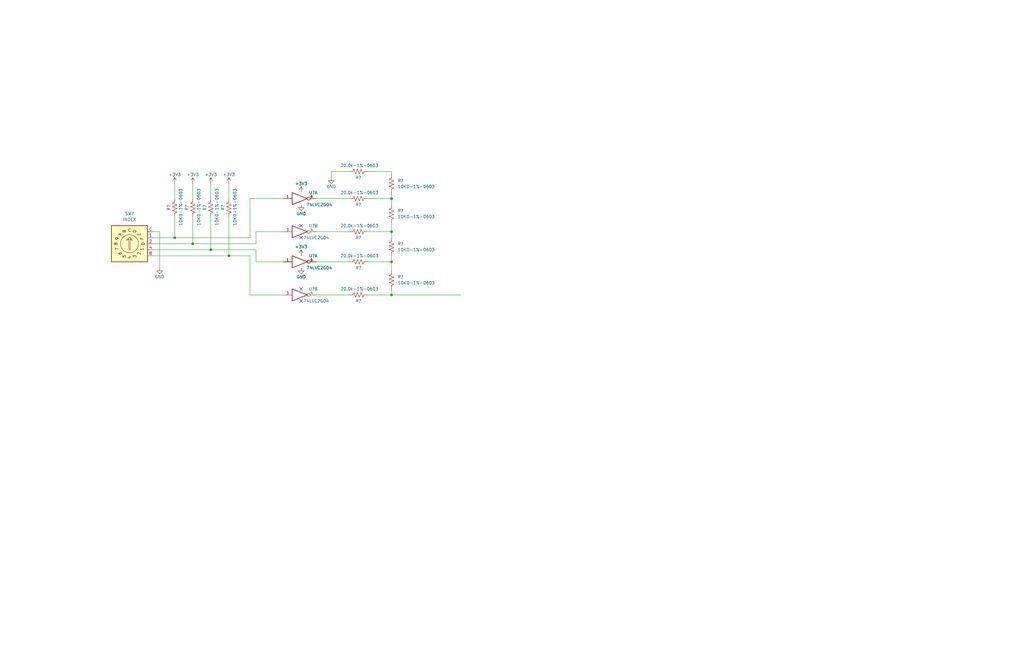
<source format=kicad_sch>
(kicad_sch (version 20211123) (generator eeschema)
  (paper "USLedger")
  (title_block (title "Pi Power Board 2") (date "2022-11-11") (rev "1") (company "971 Spartan Robotics"))
  (lib_symbols
    (symbol "74xGxx:74LVC2G04" (pin_names (offset 1.016))
      (property "Reference" "U" (at -2.54 3.81 0))
      (property "Value" "74LVC2G04" (at 0 -3.81 0))
      (symbol "74LVC2G04_0_1"
        (polyline (pts (xy -3.81 2.54) (xy -3.81 -2.54) (xy 2.54 0) (xy -3.81 2.54)) (stroke (width 0.254)))
        (pin power_in line (at 0 -2.54 270) (length 0) hide (name "GND") (number "2"))
        (pin power_in line (at 0 2.54 90) (length 0) hide (name "VCC") (number "5"))
      )
      (symbol "74LVC2G04_1_1"
        (pin input line (at -7.62 0 0) (length 3.81) (name "~") (number "1"))
        (pin output inverted (at 6.35 0 180) (length 3.81) (name "~") (number "6"))
      )
      (symbol "74LVC2G04_2_1"
        (pin input line (at -7.62 0 0) (length 3.81) (name "~") (number "3"))
        (pin output inverted (at 6.35 0 180) (length 3.81) (name "~") (number "4"))
      )
    )
    (symbol "Device:R_US" (pin_numbers hide) (pin_names (offset 0))
      (property "Reference" "R" (at 2.54 0 90))
      (property "Value" "R_US" (at -2.54 0 90))
      (symbol "R_US_0_1"
        (polyline (pts (xy 0 -2.286) (xy 0 -2.54)))
        (polyline (pts (xy 0 2.286) (xy 0 2.54)))
        (polyline (pts (xy 0 -0.762) (xy 1.016 -1.143) (xy 0 -1.524) (xy -1.016 -1.905) (xy 0 -2.286)))
        (polyline (pts (xy 0 0.762) (xy 1.016 0.381) (xy 0 0) (xy -1.016 -0.381) (xy 0 -0.762)))
        (polyline (pts (xy 0 2.286) (xy 1.016 1.905) (xy 0 1.524) (xy -1.016 1.143) (xy 0 0.762)))
      )
      (symbol "R_US_1_1"
        (pin passive line (at 0 3.81 270) (length 1.27) (name "~") (number "1"))
        (pin passive line (at 0 -3.81 90) (length 1.27) (name "~") (number "2"))
      )
    )
    (symbol "Switch:SW_Coded_SH-7050" (pin_names hide)
      (property "Reference" "SW" (at -7.62 8.89 0))
      (property "Value" "SW_Coded_SH-7050" (at -7.62 -8.89 0))
      (symbol "SW_Coded_SH-7050_0_0"
        (text "0" (at 5.715 0 2700) (effects (font (size 1.27 1.27))))
        (text "1" (at 5.2832 -2.1844 2475) (effects (font (size 1.27 1.27))))
        (text "2" (at 4.0386 -4.0386 2250) (effects (font (size 1.27 1.27))))
        (text "3" (at 2.1844 -5.2832 2025) (effects (font (size 1.27 1.27))))
        (text "4" (at 0 -5.715 1800) (effects (font (size 1.27 1.27))))
        (text "5" (at -2.1844 -5.2832 1575) (effects (font (size 1.27 1.27))))
        (text "6" (at -4.0386 -4.0386 1350) (effects (font (size 1.27 1.27))))
        (text "7" (at -5.2832 -2.1844 1125) (effects (font (size 1.27 1.27))))
        (text "8" (at -5.715 0 900) (effects (font (size 1.27 1.27))))
        (text "9" (at -5.2832 2.1844 675) (effects (font (size 1.27 1.27))))
        (text "A" (at -4.0386 4.0386 450) (effects (font (size 1.27 1.27))))
        (text "B" (at -2.1844 5.2832 225) (effects (font (size 1.27 1.27))))
        (text "C" (at 0 5.715 0) (effects (font (size 1.27 1.27))))
        (text "D" (at 2.1844 5.2832 3375) (effects (font (size 1.27 1.27))))
        (text "E" (at 4.0386 4.0386 3150) (effects (font (size 1.27 1.27))))
        (text "F" (at 5.2832 2.1844 2925) (effects (font (size 1.27 1.27))))
      )
      (symbol "SW_Coded_SH-7050_0_1"
        (polyline (pts (xy -0.254 -2.54) (xy -0.254 2.032) (xy -0.762 1.524) (xy -1.27 1.524) (xy 0 2.794) (xy 1.27 1.524) (xy 0.762 1.524) (xy 0.254 2.032) (xy 0.254 -2.54) (xy -0.254 -2.54) (xy -0.254 -2.54)))
        (circle (center 0 0) (radius 3.81))
        (rectangle (start 7.62 7.62) (end -7.62 -7.62) (stroke (width 0.254)) (fill (type background)))
      )
      (symbol "SW_Coded_SH-7050_1_1"
        (pin passive line (at 10.16 2.54 180) (length 2.54) (name "1") (number "1"))
        (pin passive line (at 10.16 0 180) (length 2.54) (name "2") (number "2"))
        (pin passive line (at 10.16 -2.54 180) (length 2.54) (name "4") (number "4"))
        (pin passive line (at 10.16 -5.08 180) (length 2.54) (name "8") (number "8"))
        (pin passive line (at 10.16 5.08 180) (length 2.54) (name "C") (number "C"))
      )
    )
    (symbol "power:+3V3" (power) (pin_names (offset 0))
      (property "Value" "+3V3" (at 0 3.556 0))
      (symbol "+3V3_0_1"
        (polyline (pts (xy -0.762 1.27) (xy 0 2.54)))
        (polyline (pts (xy 0 0) (xy 0 2.54)))
        (polyline (pts (xy 0 2.54) (xy 0.762 1.27)))
      )
      (symbol "+3V3_1_1"
        (pin power_in line (at 0 0 90) (length 0) hide (name "+3V3") (number "1"))
      )
    )
    (symbol "power:GND" (power) (pin_names (offset 0))
      (property "Value" "GND" (at 0 -3.81 0))
      (symbol "GND_0_1"
        (polyline (pts (xy 0 0) (xy 0 -1.27) (xy 1.27 -1.27) (xy 0 -2.54) (xy -1.27 -1.27) (xy 0 -1.27)))
      )
      (symbol "GND_1_1"
        (pin power_in line (at 0 0 270) (length 0) hide (name "GND") (number "1"))
      )
    )
  )
  (junction (at 165.1 110.49))
  (junction (at 96.52 107.95))
  (junction (at 81.28 102.87))
  (junction (at 165.1 83.82))
  (junction (at 165.1 97.79))
  (junction (at 88.9 105.41))
  (junction (at 73.66 100.33))
  (junction (at 165.1 124.46))
  (no_connect (at 127 100.33))
  (no_connect (at 127 95.25))
  (no_connect (at 127 121.92))
  (no_connect (at 127 127))
  (wire (pts (xy 107.95 110.49) (xy 119.38 110.49)))
  (wire (pts (xy 88.9 105.41) (xy 107.95 105.41)))
  (wire (pts (xy 81.28 91.44) (xy 81.28 102.87)))
  (wire (pts (xy 165.1 72.39) (xy 165.1 73.66)))
  (wire (pts (xy 67.31 97.79) (xy 64.77 97.79)))
  (wire (pts (xy 105.41 107.95) (xy 105.41 124.46)))
  (wire (pts (xy 133.35 97.79) (xy 147.32 97.79)))
  (wire (pts (xy 73.66 77.47) (xy 73.66 83.82)))
  (wire (pts (xy 105.41 124.46) (xy 119.38 124.46)))
  (wire (pts (xy 139.7 74.93) (xy 139.7 72.39)))
  (wire (pts (xy 165.1 107.95) (xy 165.1 110.49)))
  (wire (pts (xy 154.94 72.39) (xy 165.1 72.39)))
  (wire (pts (xy 96.52 77.47) (xy 96.52 83.82)))
  (wire (pts (xy 81.28 77.47) (xy 81.28 83.82)))
  (wire (pts (xy 73.66 91.44) (xy 73.66 100.33)))
  (wire (pts (xy 64.77 100.33) (xy 73.66 100.33)))
  (wire (pts (xy 139.7 72.39) (xy 147.32 72.39)))
  (wire (pts (xy 105.41 83.82) (xy 119.38 83.82)))
  (wire (pts (xy 105.41 100.33) (xy 105.41 83.82)))
  (wire (pts (xy 165.1 83.82) (xy 165.1 86.36)))
  (wire (pts (xy 88.9 91.44) (xy 88.9 105.41)))
  (wire (pts (xy 81.28 102.87) (xy 107.95 102.87)))
  (wire (pts (xy 133.35 83.82) (xy 147.32 83.82)))
  (wire (pts (xy 88.9 77.47) (xy 88.9 83.82)))
  (wire (pts (xy 107.95 102.87) (xy 107.95 97.79)))
  (wire (pts (xy 154.94 124.46) (xy 165.1 124.46)))
  (wire (pts (xy 165.1 97.79) (xy 165.1 100.33)))
  (wire (pts (xy 73.66 100.33) (xy 105.41 100.33)))
  (wire (pts (xy 154.94 97.79) (xy 165.1 97.79)))
  (wire (pts (xy 165.1 121.92) (xy 165.1 124.46)))
  (wire (pts (xy 154.94 110.49) (xy 165.1 110.49)))
  (wire (pts (xy 165.1 110.49) (xy 165.1 114.3)))
  (wire (pts (xy 165.1 81.28) (xy 165.1 83.82)))
  (wire (pts (xy 64.77 105.41) (xy 88.9 105.41)))
  (wire (pts (xy 133.35 110.49) (xy 147.32 110.49)))
  (wire (pts (xy 96.52 107.95) (xy 105.41 107.95)))
  (wire (pts (xy 133.35 124.46) (xy 147.32 124.46)))
  (wire (pts (xy 96.52 91.44) (xy 96.52 107.95)))
  (wire (pts (xy 67.31 113.03) (xy 67.31 97.79)))
  (wire (pts (xy 107.95 97.79) (xy 119.38 97.79)))
  (wire (pts (xy 165.1 124.46) (xy 194.31 124.46)))
  (wire (pts (xy 107.95 105.41) (xy 107.95 110.49)))
  (wire (pts (xy 154.94 83.82) (xy 165.1 83.82)))
  (wire (pts (xy 64.77 102.87) (xy 81.28 102.87)))
  (wire (pts (xy 165.1 93.98) (xy 165.1 97.79)))
  (wire (pts (xy 64.77 107.95) (xy 96.52 107.95)))
  (symbol (lib_id "Device:R_US") (at 165.1 90.17 0) (mirror y) (unit 1)
    (property "Reference" "R?" (at 167.64 88.9 0) (effects (justify right)))
    (property "Value" "10K0-1%-0603" (at 167.64 91.44 0) (effects (justify right)))
    (property "Footprint" "Resistor_SMD:R_0603_1608Metric" (effects hide))
  )
  (symbol (lib_id "74xGxx:74LVC2G04") (at 127 110.49 0) (unit 1)
    (property "Reference" "U?" (at 132.08 107.95 0))
    (property "Value" "74LVC2G04" (at 134.62 113.03 0))
    (property "Datasheet" "http://www.ti.com/lit/sg/scyt129e/scyt129e.pdf" (effects hide))
  )
  (symbol (lib_id "Switch:SW_Coded_SH-7050") (at 54.61 102.87 0) (unit 1)
    (property "Reference" "SW?" (at 54.61 90.17 0))
    (property "Value" "INDEX" (at 54.61 92.71 0))
    (property "Footprint" "PI-Power-Board:SH-7010TA" (effects hide))
    (property "Datasheet" "https://www.nidec-copal-electronics.com/e/catalog/switch/sh-7000.pdf" (effects hide))
    (property "MFG" "Nidec-Copal" (effects hide))
    (property "MFG P/N" "SH-7050TA" (effects hide))
  )
  (symbol (lib_id "power:+3V3") (at 127 81.28 0) (unit 1)
    (property "Reference" "#PWR?" (effects hide))
    (property "Value" "+3V3" (at 127 77.47 0))
  )
  (symbol (lib_id "Device:R_US") (at 151.13 124.46 90) (unit 1)
    (property "Reference" "R?" (at 149.86 127 90) (effects (justify right)))
    (property "Value" "20.0k-1%-0603" (at 143.51 121.92 90) (effects (justify right)))
    (property "Footprint" "Resistor_SMD:R_0603_1608Metric" (effects hide))
  )
  (symbol (lib_id "74xGxx:74LVC2G04") (at 127 83.82 0) (unit 1)
    (property "Reference" "U?" (at 132.08 81.28 0))
    (property "Value" "74LVC2G04" (at 134.62 86.36 0))
    (property "Datasheet" "http://www.ti.com/lit/sg/scyt129e/scyt129e.pdf" (effects hide))
  )
  (symbol (lib_id "74xGxx:74LVC2G04") (at 127 124.46 0) (unit 2)
    (property "Reference" "U?" (at 132.08 121.92 0))
    (property "Value" "74LVC2G04" (at 133.35 127 0))
    (property "Datasheet" "http://www.ti.com/lit/sg/scyt129e/scyt129e.pdf" (effects hide))
  )
  (symbol (lib_id "Device:R_US") (at 165.1 104.14 0) (mirror y) (unit 1)
    (property "Reference" "R?" (at 167.64 102.87 0) (effects (justify right)))
    (property "Value" "10K0-1%-0603" (at 167.64 105.41 0) (effects (justify right)))
    (property "Footprint" "Resistor_SMD:R_0603_1608Metric" (effects hide))
  )
  (symbol (lib_id "power:GND") (at 67.31 113.03 0) (unit 1)
    (property "Reference" "#PWR?" (effects hide))
    (property "Value" "GND" (at 67.31 116.84 0))
  )
  (symbol (lib_id "power:+3V3") (at 73.66 77.47 0) (unit 1)
    (property "Reference" "#PWR?" (effects hide))
    (property "Value" "+3V3" (at 73.66 73.66 0))
  )
  (symbol (lib_id "74xGxx:74LVC2G04") (at 127 97.79 0) (unit 2)
    (property "Reference" "U?" (at 132.08 95.25 0))
    (property "Value" "74LVC2G04" (at 133.35 100.33 0))
    (property "Datasheet" "http://www.ti.com/lit/sg/scyt129e/scyt129e.pdf" (effects hide))
  )
  (symbol (lib_id "power:GND") (at 127 113.03 0) (unit 1)
    (property "Reference" "#PWR?" (effects hide))
    (property "Value" "GND" (at 127 116.84 0))
  )
  (symbol (lib_id "Device:R_US") (at 81.28 87.63 0) (mirror y) (unit 1)
    (property "Reference" "R?" (at 78.74 88.9 90) (effects (justify left)))
    (property "Value" "10K0-1%-0603" (at 83.82 95.25 90) (effects (justify left)))
    (property "Footprint" "Resistor_SMD:R_0603_1608Metric" (effects hide))
  )
  (symbol (lib_id "Device:R_US") (at 151.13 97.79 90) (unit 1)
    (property "Reference" "R?" (at 149.86 100.33 90) (effects (justify right)))
    (property "Value" "20.0k-1%-0603" (at 143.51 95.25 90) (effects (justify right)))
    (property "Footprint" "Resistor_SMD:R_0603_1608Metric" (effects hide))
  )
  (symbol (lib_id "power:GND") (at 139.7 74.93 0) (unit 1)
    (property "Reference" "#PWR?" (effects hide))
    (property "Value" "GND" (at 139.7 78.74 0))
  )
  (symbol (lib_id "Device:R_US") (at 151.13 83.82 90) (unit 1)
    (property "Reference" "R?" (at 149.86 86.36 90) (effects (justify right)))
    (property "Value" "20.0k-1%-0603" (at 143.51 81.28 90) (effects (justify right)))
    (property "Footprint" "Resistor_SMD:R_0603_1608Metric" (effects hide))
  )
  (symbol (lib_id "power:+3V3") (at 127 107.95 0) (unit 1)
    (property "Reference" "#PWR?" (effects hide))
    (property "Value" "+3V3" (at 127 104.14 0))
  )
  (symbol (lib_id "Device:R_US") (at 151.13 110.49 90) (unit 1)
    (property "Reference" "R?" (at 149.86 113.03 90) (effects (justify right)))
    (property "Value" "20.0k-1%-0603" (at 143.51 107.95 90) (effects (justify right)))
    (property "Footprint" "Resistor_SMD:R_0603_1608Metric" (effects hide))
  )
  (symbol (lib_id "Device:R_US") (at 96.52 87.63 0) (mirror y) (unit 1)
    (property "Reference" "R?" (at 93.98 88.9 90) (effects (justify left)))
    (property "Value" "10K0-1%-0603" (at 99.06 95.25 90) (effects (justify left)))
    (property "Footprint" "Resistor_SMD:R_0603_1608Metric" (effects hide))
  )
  (symbol (lib_id "power:+3V3") (at 96.52 77.47 0) (unit 1)
    (property "Reference" "#PWR?" (effects hide))
    (property "Value" "+3V3" (at 96.52 73.66 0))
  )
  (symbol (lib_id "Device:R_US") (at 73.66 87.63 0) (mirror y) (unit 1)
    (property "Reference" "R?" (at 71.12 88.9 90) (effects (justify left)))
    (property "Value" "10K0-1%-0603" (at 76.2 95.25 90) (effects (justify left)))
    (property "Footprint" "Resistor_SMD:R_0603_1608Metric" (effects hide))
  )
  (symbol (lib_id "Device:R_US") (at 88.9 87.63 0) (mirror y) (unit 1)
    (property "Reference" "R?" (at 86.36 88.9 90) (effects (justify left)))
    (property "Value" "10K0-1%-0603" (at 91.44 95.25 90) (effects (justify left)))
    (property "Footprint" "Resistor_SMD:R_0603_1608Metric" (effects hide))
  )
  (symbol (lib_id "power:+3V3") (at 88.9 77.47 0) (unit 1)
    (property "Reference" "#PWR?" (effects hide))
    (property "Value" "+3V3" (at 88.9 73.66 0))
  )
  (symbol (lib_id "Device:R_US") (at 165.1 118.11 0) (mirror y) (unit 1)
    (property "Reference" "R?" (at 167.64 116.84 0) (effects (justify right)))
    (property "Value" "10K0-1%-0603" (at 167.64 119.38 0) (effects (justify right)))
    (property "Footprint" "Resistor_SMD:R_0603_1608Metric" (effects hide))
  )
  (symbol (lib_id "Device:R_US") (at 151.13 72.39 90) (unit 1)
    (property "Reference" "R?" (at 149.86 74.93 90) (effects (justify right)))
    (property "Value" "20.0k-1%-0603" (at 143.51 69.85 90) (effects (justify right)))
    (property "Footprint" "Resistor_SMD:R_0603_1608Metric" (effects hide))
  )
  (symbol (lib_id "Device:R_US") (at 165.1 77.47 0) (mirror y) (unit 1)
    (property "Reference" "R?" (at 167.64 76.2 0) (effects (justify right)))
    (property "Value" "10K0-1%-0603" (at 167.64 78.74 0) (effects (justify right)))
    (property "Footprint" "Resistor_SMD:R_0603_1608Metric" (effects hide))
  )
  (symbol (lib_id "power:+3V3") (at 81.28 77.47 0) (unit 1)
    (property "Reference" "#PWR?" (effects hide))
    (property "Value" "+3V3" (at 81.28 73.66 0))
  )
  (symbol (lib_id "power:GND") (at 127 86.36 0) (unit 1)
    (property "Reference" "#PWR?" (effects hide))
    (property "Value" "GND" (at 127 90.17 0))
  )
)
</source>
